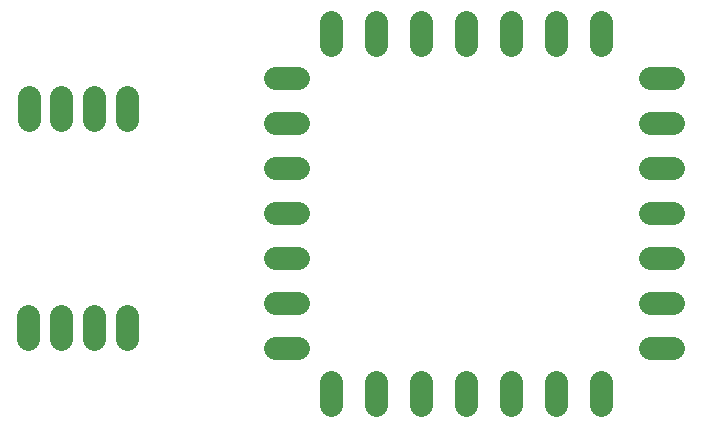
<source format=gbr>
G04 EAGLE Gerber X2 export*
%TF.Part,Single*%
%TF.FileFunction,Copper,L2,Bot,Mixed*%
%TF.FilePolarity,Positive*%
%TF.GenerationSoftware,Autodesk,EAGLE,9.0.1*%
%TF.CreationDate,2018-06-07T21:36:32Z*%
G75*
%MOMM*%
%FSLAX34Y34*%
%LPD*%
%AMOC8*
5,1,8,0,0,1.08239X$1,22.5*%
G01*
%ADD10C,1.981200*%


D10*
X48260Y96774D02*
X48260Y116586D01*
X76200Y116586D02*
X76200Y96774D01*
X104140Y96774D02*
X104140Y116586D01*
X132080Y116586D02*
X132080Y96774D01*
X132080Y282194D02*
X132080Y302006D01*
X104140Y302006D02*
X104140Y282194D01*
X76200Y282194D02*
X76200Y302006D01*
X48560Y301830D02*
X48560Y282018D01*
X256794Y203200D02*
X276606Y203200D01*
X276606Y241300D02*
X256794Y241300D01*
X256794Y279400D02*
X276606Y279400D01*
X276606Y317500D02*
X256794Y317500D01*
X304800Y345694D02*
X304800Y365506D01*
X342900Y365506D02*
X342900Y345694D01*
X381000Y345694D02*
X381000Y365506D01*
X419100Y365506D02*
X419100Y345694D01*
X457200Y345694D02*
X457200Y365506D01*
X495300Y365506D02*
X495300Y345694D01*
X533400Y345694D02*
X533400Y365506D01*
X574294Y317500D02*
X594106Y317500D01*
X594106Y279400D02*
X574294Y279400D01*
X574294Y241300D02*
X594106Y241300D01*
X594106Y203200D02*
X574294Y203200D01*
X574294Y165100D02*
X594106Y165100D01*
X594106Y127000D02*
X574294Y127000D01*
X574294Y88900D02*
X594106Y88900D01*
X533400Y60706D02*
X533400Y40894D01*
X495300Y40894D02*
X495300Y60706D01*
X457200Y60706D02*
X457200Y40894D01*
X419100Y40894D02*
X419100Y60706D01*
X381000Y60706D02*
X381000Y40894D01*
X342900Y40894D02*
X342900Y60706D01*
X304800Y60706D02*
X304800Y40894D01*
X276606Y88900D02*
X256794Y88900D01*
X256794Y127000D02*
X276606Y127000D01*
X276606Y165100D02*
X256794Y165100D01*
M02*

</source>
